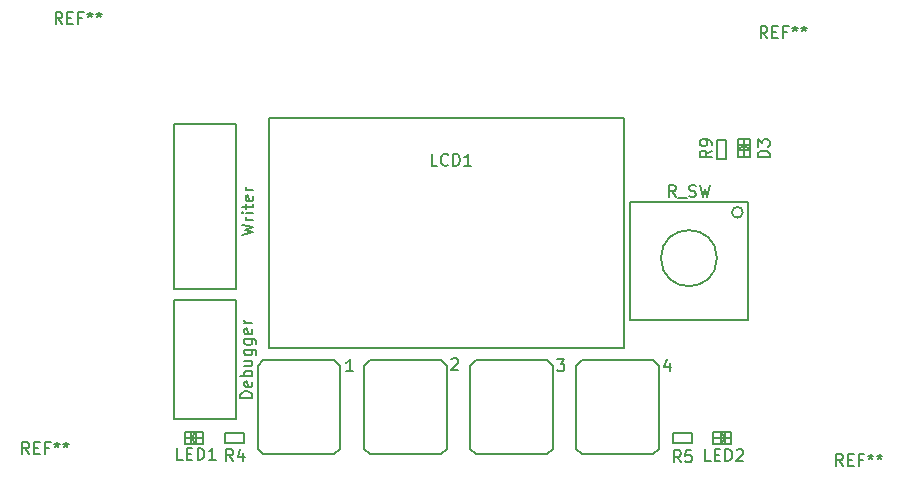
<source format=gto>
G04 #@! TF.GenerationSoftware,KiCad,Pcbnew,(5.0.0)*
G04 #@! TF.CreationDate,2018-08-29T14:02:58+09:00*
G04 #@! TF.ProjectId,lancer_subbord,6C616E6365725F737562626F72642E6B,rev?*
G04 #@! TF.SameCoordinates,Original*
G04 #@! TF.FileFunction,Legend,Top*
G04 #@! TF.FilePolarity,Positive*
%FSLAX46Y46*%
G04 Gerber Fmt 4.6, Leading zero omitted, Abs format (unit mm)*
G04 Created by KiCad (PCBNEW (5.0.0)) date 08/29/18 14:02:58*
%MOMM*%
%LPD*%
G01*
G04 APERTURE LIST*
%ADD10C,0.150000*%
G04 APERTURE END LIST*
D10*
G04 #@! TO.C,R_SW*
X176084619Y-94500000D02*
G75*
G03X176084619Y-94500000I-459619J0D01*
G01*
X173896708Y-98375000D02*
G75*
G03X173896708Y-98375000I-2371708J0D01*
G01*
X166525000Y-93625000D02*
X166525000Y-103625000D01*
X166525000Y-103625000D02*
X176525000Y-103625000D01*
X176525000Y-93625000D02*
X176525000Y-103625000D01*
X166525000Y-93625000D02*
X176525000Y-93625000D01*
G04 #@! TO.C,LCD1*
X136000000Y-106000000D02*
X166000000Y-106000000D01*
X136000000Y-86500000D02*
X136000000Y-106000000D01*
X166000000Y-86500000D02*
X136000000Y-86500000D01*
X166000000Y-106000000D02*
X166000000Y-86500000D01*
G04 #@! TO.C,Writer*
X133200000Y-101000000D02*
X133200000Y-87000000D01*
X127900000Y-101000000D02*
X133200000Y-101000000D01*
X127900000Y-101000000D02*
X127900000Y-87000000D01*
X127900000Y-87000000D02*
X133200000Y-87000000D01*
G04 #@! TO.C,3*
X153000000Y-114500000D02*
X153500000Y-115000000D01*
X153500000Y-107000000D02*
X153000000Y-107500000D01*
X160000000Y-107500000D02*
X159500000Y-107000000D01*
X160000000Y-114500000D02*
X159500000Y-115000000D01*
X153000000Y-114500000D02*
X153000000Y-107500000D01*
X153500000Y-107000000D02*
X159500000Y-107000000D01*
X159500000Y-115000000D02*
X153500000Y-115000000D01*
X160000000Y-107500000D02*
X160000000Y-114500000D01*
G04 #@! TO.C,1*
X135000000Y-114500000D02*
X135500000Y-115000000D01*
X135500000Y-107000000D02*
X135000000Y-107500000D01*
X142000000Y-107500000D02*
X141500000Y-107000000D01*
X142000000Y-114500000D02*
X141500000Y-115000000D01*
X135000000Y-114500000D02*
X135000000Y-107500000D01*
X135500000Y-107000000D02*
X141500000Y-107000000D01*
X141500000Y-115000000D02*
X135500000Y-115000000D01*
X142000000Y-107500000D02*
X142000000Y-114500000D01*
G04 #@! TO.C,R9*
X174700000Y-88350000D02*
X174700000Y-89950000D01*
X174700000Y-88350000D02*
X173900000Y-88350000D01*
X173900000Y-88350000D02*
X173900000Y-89950000D01*
X174700000Y-89950000D02*
X173900000Y-89950000D01*
G04 #@! TO.C,R5*
X170150000Y-113200000D02*
X171750000Y-113200000D01*
X170150000Y-113200000D02*
X170150000Y-114000000D01*
X170150000Y-114000000D02*
X171750000Y-114000000D01*
X171750000Y-113200000D02*
X171750000Y-114000000D01*
G04 #@! TO.C,R4*
X133850000Y-114000000D02*
X132250000Y-114000000D01*
X133850000Y-114000000D02*
X133850000Y-113200000D01*
X133850000Y-113200000D02*
X132250000Y-113200000D01*
X132250000Y-114000000D02*
X132250000Y-113200000D01*
G04 #@! TO.C,Debugger*
X133200000Y-101900000D02*
X133200000Y-112000000D01*
X127900000Y-102000000D02*
X127900000Y-112000000D01*
X127900000Y-112000000D02*
X127900000Y-101900000D01*
X127900000Y-112000000D02*
X133200000Y-112000000D01*
X127900000Y-101900000D02*
X133200000Y-101900000D01*
G04 #@! TO.C,D3*
X176200000Y-88300000D02*
X176200000Y-89800000D01*
X176200000Y-88800000D02*
X175700000Y-88800000D01*
X176200000Y-88800000D02*
X176700000Y-88800000D01*
X176700000Y-89200000D02*
X176200000Y-88800000D01*
X176200000Y-88800000D02*
X175700000Y-89200000D01*
X175700000Y-89200000D02*
X176700000Y-89200000D01*
X175700000Y-88300000D02*
X176700000Y-88300000D01*
X175700000Y-89800000D02*
X175700000Y-88300000D01*
X176700000Y-89800000D02*
X175700000Y-89800000D01*
X176700000Y-88300000D02*
X176700000Y-89800000D01*
G04 #@! TO.C,LED2*
X175100000Y-113600000D02*
X173600000Y-113600000D01*
X174600000Y-113600000D02*
X174600000Y-113100000D01*
X174600000Y-113600000D02*
X174600000Y-114100000D01*
X174200000Y-114100000D02*
X174600000Y-113600000D01*
X174600000Y-113600000D02*
X174200000Y-113100000D01*
X174200000Y-113100000D02*
X174200000Y-114100000D01*
X175100000Y-113100000D02*
X175100000Y-114100000D01*
X173600000Y-113100000D02*
X175100000Y-113100000D01*
X173600000Y-114100000D02*
X173600000Y-113100000D01*
X175100000Y-114100000D02*
X173600000Y-114100000D01*
G04 #@! TO.C,LED1*
X128900000Y-113600000D02*
X130400000Y-113600000D01*
X129400000Y-113600000D02*
X129400000Y-114100000D01*
X129400000Y-113600000D02*
X129400000Y-113100000D01*
X129800000Y-113100000D02*
X129400000Y-113600000D01*
X129400000Y-113600000D02*
X129800000Y-114100000D01*
X129800000Y-114100000D02*
X129800000Y-113100000D01*
X128900000Y-114100000D02*
X128900000Y-113100000D01*
X130400000Y-114100000D02*
X128900000Y-114100000D01*
X130400000Y-113100000D02*
X130400000Y-114100000D01*
X128900000Y-113100000D02*
X130400000Y-113100000D01*
G04 #@! TO.C,2*
X144000000Y-114500000D02*
X144500000Y-115000000D01*
X144500000Y-107000000D02*
X144000000Y-107500000D01*
X151000000Y-107500000D02*
X150500000Y-107000000D01*
X151000000Y-114500000D02*
X150500000Y-115000000D01*
X144000000Y-114500000D02*
X144000000Y-107500000D01*
X144500000Y-107000000D02*
X150500000Y-107000000D01*
X150500000Y-115000000D02*
X144500000Y-115000000D01*
X151000000Y-107500000D02*
X151000000Y-114500000D01*
G04 #@! TO.C,4*
X162000000Y-114500000D02*
X162500000Y-115000000D01*
X162500000Y-107000000D02*
X162000000Y-107500000D01*
X169000000Y-107500000D02*
X168500000Y-107000000D01*
X169000000Y-114500000D02*
X168500000Y-115000000D01*
X162000000Y-114500000D02*
X162000000Y-107500000D01*
X162500000Y-107000000D02*
X168500000Y-107000000D01*
X168500000Y-115000000D02*
X162500000Y-115000000D01*
X169000000Y-107500000D02*
X169000000Y-114500000D01*
G04 #@! TO.C,R_SW*
X170405952Y-93202380D02*
X170072619Y-92726190D01*
X169834523Y-93202380D02*
X169834523Y-92202380D01*
X170215476Y-92202380D01*
X170310714Y-92250000D01*
X170358333Y-92297619D01*
X170405952Y-92392857D01*
X170405952Y-92535714D01*
X170358333Y-92630952D01*
X170310714Y-92678571D01*
X170215476Y-92726190D01*
X169834523Y-92726190D01*
X170596428Y-93297619D02*
X171358333Y-93297619D01*
X171548809Y-93154761D02*
X171691666Y-93202380D01*
X171929761Y-93202380D01*
X172025000Y-93154761D01*
X172072619Y-93107142D01*
X172120238Y-93011904D01*
X172120238Y-92916666D01*
X172072619Y-92821428D01*
X172025000Y-92773809D01*
X171929761Y-92726190D01*
X171739285Y-92678571D01*
X171644047Y-92630952D01*
X171596428Y-92583333D01*
X171548809Y-92488095D01*
X171548809Y-92392857D01*
X171596428Y-92297619D01*
X171644047Y-92250000D01*
X171739285Y-92202380D01*
X171977380Y-92202380D01*
X172120238Y-92250000D01*
X172453571Y-92202380D02*
X172691666Y-93202380D01*
X172882142Y-92488095D01*
X173072619Y-93202380D01*
X173310714Y-92202380D01*
G04 #@! TO.C,LCD1*
X150233333Y-90552380D02*
X149757142Y-90552380D01*
X149757142Y-89552380D01*
X151138095Y-90457142D02*
X151090476Y-90504761D01*
X150947619Y-90552380D01*
X150852380Y-90552380D01*
X150709523Y-90504761D01*
X150614285Y-90409523D01*
X150566666Y-90314285D01*
X150519047Y-90123809D01*
X150519047Y-89980952D01*
X150566666Y-89790476D01*
X150614285Y-89695238D01*
X150709523Y-89600000D01*
X150852380Y-89552380D01*
X150947619Y-89552380D01*
X151090476Y-89600000D01*
X151138095Y-89647619D01*
X151566666Y-90552380D02*
X151566666Y-89552380D01*
X151804761Y-89552380D01*
X151947619Y-89600000D01*
X152042857Y-89695238D01*
X152090476Y-89790476D01*
X152138095Y-89980952D01*
X152138095Y-90123809D01*
X152090476Y-90314285D01*
X152042857Y-90409523D01*
X151947619Y-90504761D01*
X151804761Y-90552380D01*
X151566666Y-90552380D01*
X153090476Y-90552380D02*
X152519047Y-90552380D01*
X152804761Y-90552380D02*
X152804761Y-89552380D01*
X152709523Y-89695238D01*
X152614285Y-89790476D01*
X152519047Y-89838095D01*
G04 #@! TO.C,Writer*
X133652380Y-96400000D02*
X134652380Y-96161904D01*
X133938095Y-95971428D01*
X134652380Y-95780952D01*
X133652380Y-95542857D01*
X134652380Y-95161904D02*
X133985714Y-95161904D01*
X134176190Y-95161904D02*
X134080952Y-95114285D01*
X134033333Y-95066666D01*
X133985714Y-94971428D01*
X133985714Y-94876190D01*
X134652380Y-94542857D02*
X133985714Y-94542857D01*
X133652380Y-94542857D02*
X133700000Y-94590476D01*
X133747619Y-94542857D01*
X133700000Y-94495238D01*
X133652380Y-94542857D01*
X133747619Y-94542857D01*
X133985714Y-94209523D02*
X133985714Y-93828571D01*
X133652380Y-94066666D02*
X134509523Y-94066666D01*
X134604761Y-94019047D01*
X134652380Y-93923809D01*
X134652380Y-93828571D01*
X134604761Y-93114285D02*
X134652380Y-93209523D01*
X134652380Y-93400000D01*
X134604761Y-93495238D01*
X134509523Y-93542857D01*
X134128571Y-93542857D01*
X134033333Y-93495238D01*
X133985714Y-93400000D01*
X133985714Y-93209523D01*
X134033333Y-93114285D01*
X134128571Y-93066666D01*
X134223809Y-93066666D01*
X134319047Y-93542857D01*
X134652380Y-92638095D02*
X133985714Y-92638095D01*
X134176190Y-92638095D02*
X134080952Y-92590476D01*
X134033333Y-92542857D01*
X133985714Y-92447619D01*
X133985714Y-92352380D01*
G04 #@! TO.C,REF\002A\002A*
X118466666Y-78552380D02*
X118133333Y-78076190D01*
X117895238Y-78552380D02*
X117895238Y-77552380D01*
X118276190Y-77552380D01*
X118371428Y-77600000D01*
X118419047Y-77647619D01*
X118466666Y-77742857D01*
X118466666Y-77885714D01*
X118419047Y-77980952D01*
X118371428Y-78028571D01*
X118276190Y-78076190D01*
X117895238Y-78076190D01*
X118895238Y-78028571D02*
X119228571Y-78028571D01*
X119371428Y-78552380D02*
X118895238Y-78552380D01*
X118895238Y-77552380D01*
X119371428Y-77552380D01*
X120133333Y-78028571D02*
X119800000Y-78028571D01*
X119800000Y-78552380D02*
X119800000Y-77552380D01*
X120276190Y-77552380D01*
X120800000Y-77552380D02*
X120800000Y-77790476D01*
X120561904Y-77695238D02*
X120800000Y-77790476D01*
X121038095Y-77695238D01*
X120657142Y-77980952D02*
X120800000Y-77790476D01*
X120942857Y-77980952D01*
X121561904Y-77552380D02*
X121561904Y-77790476D01*
X121323809Y-77695238D02*
X121561904Y-77790476D01*
X121800000Y-77695238D01*
X121419047Y-77980952D02*
X121561904Y-77790476D01*
X121704761Y-77980952D01*
X115666666Y-114952380D02*
X115333333Y-114476190D01*
X115095238Y-114952380D02*
X115095238Y-113952380D01*
X115476190Y-113952380D01*
X115571428Y-114000000D01*
X115619047Y-114047619D01*
X115666666Y-114142857D01*
X115666666Y-114285714D01*
X115619047Y-114380952D01*
X115571428Y-114428571D01*
X115476190Y-114476190D01*
X115095238Y-114476190D01*
X116095238Y-114428571D02*
X116428571Y-114428571D01*
X116571428Y-114952380D02*
X116095238Y-114952380D01*
X116095238Y-113952380D01*
X116571428Y-113952380D01*
X117333333Y-114428571D02*
X117000000Y-114428571D01*
X117000000Y-114952380D02*
X117000000Y-113952380D01*
X117476190Y-113952380D01*
X118000000Y-113952380D02*
X118000000Y-114190476D01*
X117761904Y-114095238D02*
X118000000Y-114190476D01*
X118238095Y-114095238D01*
X117857142Y-114380952D02*
X118000000Y-114190476D01*
X118142857Y-114380952D01*
X118761904Y-113952380D02*
X118761904Y-114190476D01*
X118523809Y-114095238D02*
X118761904Y-114190476D01*
X119000000Y-114095238D01*
X118619047Y-114380952D02*
X118761904Y-114190476D01*
X118904761Y-114380952D01*
X184566666Y-115952380D02*
X184233333Y-115476190D01*
X183995238Y-115952380D02*
X183995238Y-114952380D01*
X184376190Y-114952380D01*
X184471428Y-115000000D01*
X184519047Y-115047619D01*
X184566666Y-115142857D01*
X184566666Y-115285714D01*
X184519047Y-115380952D01*
X184471428Y-115428571D01*
X184376190Y-115476190D01*
X183995238Y-115476190D01*
X184995238Y-115428571D02*
X185328571Y-115428571D01*
X185471428Y-115952380D02*
X184995238Y-115952380D01*
X184995238Y-114952380D01*
X185471428Y-114952380D01*
X186233333Y-115428571D02*
X185900000Y-115428571D01*
X185900000Y-115952380D02*
X185900000Y-114952380D01*
X186376190Y-114952380D01*
X186900000Y-114952380D02*
X186900000Y-115190476D01*
X186661904Y-115095238D02*
X186900000Y-115190476D01*
X187138095Y-115095238D01*
X186757142Y-115380952D02*
X186900000Y-115190476D01*
X187042857Y-115380952D01*
X187661904Y-114952380D02*
X187661904Y-115190476D01*
X187423809Y-115095238D02*
X187661904Y-115190476D01*
X187900000Y-115095238D01*
X187519047Y-115380952D02*
X187661904Y-115190476D01*
X187804761Y-115380952D01*
X178166666Y-79752380D02*
X177833333Y-79276190D01*
X177595238Y-79752380D02*
X177595238Y-78752380D01*
X177976190Y-78752380D01*
X178071428Y-78800000D01*
X178119047Y-78847619D01*
X178166666Y-78942857D01*
X178166666Y-79085714D01*
X178119047Y-79180952D01*
X178071428Y-79228571D01*
X177976190Y-79276190D01*
X177595238Y-79276190D01*
X178595238Y-79228571D02*
X178928571Y-79228571D01*
X179071428Y-79752380D02*
X178595238Y-79752380D01*
X178595238Y-78752380D01*
X179071428Y-78752380D01*
X179833333Y-79228571D02*
X179500000Y-79228571D01*
X179500000Y-79752380D02*
X179500000Y-78752380D01*
X179976190Y-78752380D01*
X180500000Y-78752380D02*
X180500000Y-78990476D01*
X180261904Y-78895238D02*
X180500000Y-78990476D01*
X180738095Y-78895238D01*
X180357142Y-79180952D02*
X180500000Y-78990476D01*
X180642857Y-79180952D01*
X181261904Y-78752380D02*
X181261904Y-78990476D01*
X181023809Y-78895238D02*
X181261904Y-78990476D01*
X181500000Y-78895238D01*
X181119047Y-79180952D02*
X181261904Y-78990476D01*
X181404761Y-79180952D01*
G04 #@! TO.C,3*
X160366666Y-106952380D02*
X160985714Y-106952380D01*
X160652380Y-107333333D01*
X160795238Y-107333333D01*
X160890476Y-107380952D01*
X160938095Y-107428571D01*
X160985714Y-107523809D01*
X160985714Y-107761904D01*
X160938095Y-107857142D01*
X160890476Y-107904761D01*
X160795238Y-107952380D01*
X160509523Y-107952380D01*
X160414285Y-107904761D01*
X160366666Y-107857142D01*
G04 #@! TO.C,1*
X143085714Y-107952380D02*
X142514285Y-107952380D01*
X142800000Y-107952380D02*
X142800000Y-106952380D01*
X142704761Y-107095238D01*
X142609523Y-107190476D01*
X142514285Y-107238095D01*
G04 #@! TO.C,R9*
X173452380Y-89266666D02*
X172976190Y-89600000D01*
X173452380Y-89838095D02*
X172452380Y-89838095D01*
X172452380Y-89457142D01*
X172500000Y-89361904D01*
X172547619Y-89314285D01*
X172642857Y-89266666D01*
X172785714Y-89266666D01*
X172880952Y-89314285D01*
X172928571Y-89361904D01*
X172976190Y-89457142D01*
X172976190Y-89838095D01*
X173452380Y-88790476D02*
X173452380Y-88600000D01*
X173404761Y-88504761D01*
X173357142Y-88457142D01*
X173214285Y-88361904D01*
X173023809Y-88314285D01*
X172642857Y-88314285D01*
X172547619Y-88361904D01*
X172500000Y-88409523D01*
X172452380Y-88504761D01*
X172452380Y-88695238D01*
X172500000Y-88790476D01*
X172547619Y-88838095D01*
X172642857Y-88885714D01*
X172880952Y-88885714D01*
X172976190Y-88838095D01*
X173023809Y-88790476D01*
X173071428Y-88695238D01*
X173071428Y-88504761D01*
X173023809Y-88409523D01*
X172976190Y-88361904D01*
X172880952Y-88314285D01*
G04 #@! TO.C,R5*
X170833333Y-115652380D02*
X170500000Y-115176190D01*
X170261904Y-115652380D02*
X170261904Y-114652380D01*
X170642857Y-114652380D01*
X170738095Y-114700000D01*
X170785714Y-114747619D01*
X170833333Y-114842857D01*
X170833333Y-114985714D01*
X170785714Y-115080952D01*
X170738095Y-115128571D01*
X170642857Y-115176190D01*
X170261904Y-115176190D01*
X171738095Y-114652380D02*
X171261904Y-114652380D01*
X171214285Y-115128571D01*
X171261904Y-115080952D01*
X171357142Y-115033333D01*
X171595238Y-115033333D01*
X171690476Y-115080952D01*
X171738095Y-115128571D01*
X171785714Y-115223809D01*
X171785714Y-115461904D01*
X171738095Y-115557142D01*
X171690476Y-115604761D01*
X171595238Y-115652380D01*
X171357142Y-115652380D01*
X171261904Y-115604761D01*
X171214285Y-115557142D01*
G04 #@! TO.C,R4*
X132933333Y-115552380D02*
X132600000Y-115076190D01*
X132361904Y-115552380D02*
X132361904Y-114552380D01*
X132742857Y-114552380D01*
X132838095Y-114600000D01*
X132885714Y-114647619D01*
X132933333Y-114742857D01*
X132933333Y-114885714D01*
X132885714Y-114980952D01*
X132838095Y-115028571D01*
X132742857Y-115076190D01*
X132361904Y-115076190D01*
X133790476Y-114885714D02*
X133790476Y-115552380D01*
X133552380Y-114504761D02*
X133314285Y-115219047D01*
X133933333Y-115219047D01*
G04 #@! TO.C,Debugger*
X134552380Y-110238095D02*
X133552380Y-110238095D01*
X133552380Y-110000000D01*
X133600000Y-109857142D01*
X133695238Y-109761904D01*
X133790476Y-109714285D01*
X133980952Y-109666666D01*
X134123809Y-109666666D01*
X134314285Y-109714285D01*
X134409523Y-109761904D01*
X134504761Y-109857142D01*
X134552380Y-110000000D01*
X134552380Y-110238095D01*
X134504761Y-108857142D02*
X134552380Y-108952380D01*
X134552380Y-109142857D01*
X134504761Y-109238095D01*
X134409523Y-109285714D01*
X134028571Y-109285714D01*
X133933333Y-109238095D01*
X133885714Y-109142857D01*
X133885714Y-108952380D01*
X133933333Y-108857142D01*
X134028571Y-108809523D01*
X134123809Y-108809523D01*
X134219047Y-109285714D01*
X134552380Y-108380952D02*
X133552380Y-108380952D01*
X133933333Y-108380952D02*
X133885714Y-108285714D01*
X133885714Y-108095238D01*
X133933333Y-108000000D01*
X133980952Y-107952380D01*
X134076190Y-107904761D01*
X134361904Y-107904761D01*
X134457142Y-107952380D01*
X134504761Y-108000000D01*
X134552380Y-108095238D01*
X134552380Y-108285714D01*
X134504761Y-108380952D01*
X133885714Y-107047619D02*
X134552380Y-107047619D01*
X133885714Y-107476190D02*
X134409523Y-107476190D01*
X134504761Y-107428571D01*
X134552380Y-107333333D01*
X134552380Y-107190476D01*
X134504761Y-107095238D01*
X134457142Y-107047619D01*
X133885714Y-106142857D02*
X134695238Y-106142857D01*
X134790476Y-106190476D01*
X134838095Y-106238095D01*
X134885714Y-106333333D01*
X134885714Y-106476190D01*
X134838095Y-106571428D01*
X134504761Y-106142857D02*
X134552380Y-106238095D01*
X134552380Y-106428571D01*
X134504761Y-106523809D01*
X134457142Y-106571428D01*
X134361904Y-106619047D01*
X134076190Y-106619047D01*
X133980952Y-106571428D01*
X133933333Y-106523809D01*
X133885714Y-106428571D01*
X133885714Y-106238095D01*
X133933333Y-106142857D01*
X133885714Y-105238095D02*
X134695238Y-105238095D01*
X134790476Y-105285714D01*
X134838095Y-105333333D01*
X134885714Y-105428571D01*
X134885714Y-105571428D01*
X134838095Y-105666666D01*
X134504761Y-105238095D02*
X134552380Y-105333333D01*
X134552380Y-105523809D01*
X134504761Y-105619047D01*
X134457142Y-105666666D01*
X134361904Y-105714285D01*
X134076190Y-105714285D01*
X133980952Y-105666666D01*
X133933333Y-105619047D01*
X133885714Y-105523809D01*
X133885714Y-105333333D01*
X133933333Y-105238095D01*
X134504761Y-104380952D02*
X134552380Y-104476190D01*
X134552380Y-104666666D01*
X134504761Y-104761904D01*
X134409523Y-104809523D01*
X134028571Y-104809523D01*
X133933333Y-104761904D01*
X133885714Y-104666666D01*
X133885714Y-104476190D01*
X133933333Y-104380952D01*
X134028571Y-104333333D01*
X134123809Y-104333333D01*
X134219047Y-104809523D01*
X134552380Y-103904761D02*
X133885714Y-103904761D01*
X134076190Y-103904761D02*
X133980952Y-103857142D01*
X133933333Y-103809523D01*
X133885714Y-103714285D01*
X133885714Y-103619047D01*
G04 #@! TO.C,D3*
X178352380Y-89838095D02*
X177352380Y-89838095D01*
X177352380Y-89600000D01*
X177400000Y-89457142D01*
X177495238Y-89361904D01*
X177590476Y-89314285D01*
X177780952Y-89266666D01*
X177923809Y-89266666D01*
X178114285Y-89314285D01*
X178209523Y-89361904D01*
X178304761Y-89457142D01*
X178352380Y-89600000D01*
X178352380Y-89838095D01*
X177352380Y-88933333D02*
X177352380Y-88314285D01*
X177733333Y-88647619D01*
X177733333Y-88504761D01*
X177780952Y-88409523D01*
X177828571Y-88361904D01*
X177923809Y-88314285D01*
X178161904Y-88314285D01*
X178257142Y-88361904D01*
X178304761Y-88409523D01*
X178352380Y-88504761D01*
X178352380Y-88790476D01*
X178304761Y-88885714D01*
X178257142Y-88933333D01*
G04 #@! TO.C,LED2*
X173380952Y-115552380D02*
X172904761Y-115552380D01*
X172904761Y-114552380D01*
X173714285Y-115028571D02*
X174047619Y-115028571D01*
X174190476Y-115552380D02*
X173714285Y-115552380D01*
X173714285Y-114552380D01*
X174190476Y-114552380D01*
X174619047Y-115552380D02*
X174619047Y-114552380D01*
X174857142Y-114552380D01*
X175000000Y-114600000D01*
X175095238Y-114695238D01*
X175142857Y-114790476D01*
X175190476Y-114980952D01*
X175190476Y-115123809D01*
X175142857Y-115314285D01*
X175095238Y-115409523D01*
X175000000Y-115504761D01*
X174857142Y-115552380D01*
X174619047Y-115552380D01*
X175571428Y-114647619D02*
X175619047Y-114600000D01*
X175714285Y-114552380D01*
X175952380Y-114552380D01*
X176047619Y-114600000D01*
X176095238Y-114647619D01*
X176142857Y-114742857D01*
X176142857Y-114838095D01*
X176095238Y-114980952D01*
X175523809Y-115552380D01*
X176142857Y-115552380D01*
G04 #@! TO.C,LED1*
X128680952Y-115452380D02*
X128204761Y-115452380D01*
X128204761Y-114452380D01*
X129014285Y-114928571D02*
X129347619Y-114928571D01*
X129490476Y-115452380D02*
X129014285Y-115452380D01*
X129014285Y-114452380D01*
X129490476Y-114452380D01*
X129919047Y-115452380D02*
X129919047Y-114452380D01*
X130157142Y-114452380D01*
X130300000Y-114500000D01*
X130395238Y-114595238D01*
X130442857Y-114690476D01*
X130490476Y-114880952D01*
X130490476Y-115023809D01*
X130442857Y-115214285D01*
X130395238Y-115309523D01*
X130300000Y-115404761D01*
X130157142Y-115452380D01*
X129919047Y-115452380D01*
X131442857Y-115452380D02*
X130871428Y-115452380D01*
X131157142Y-115452380D02*
X131157142Y-114452380D01*
X131061904Y-114595238D01*
X130966666Y-114690476D01*
X130871428Y-114738095D01*
G04 #@! TO.C,2*
X151414285Y-106947619D02*
X151461904Y-106900000D01*
X151557142Y-106852380D01*
X151795238Y-106852380D01*
X151890476Y-106900000D01*
X151938095Y-106947619D01*
X151985714Y-107042857D01*
X151985714Y-107138095D01*
X151938095Y-107280952D01*
X151366666Y-107852380D01*
X151985714Y-107852380D01*
G04 #@! TO.C,4*
X169890476Y-107285714D02*
X169890476Y-107952380D01*
X169652380Y-106904761D02*
X169414285Y-107619047D01*
X170033333Y-107619047D01*
G04 #@! TD*
M02*

</source>
